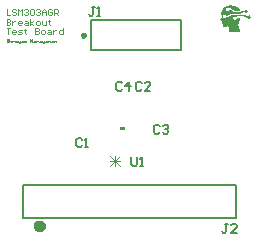
<source format=gto>
%FSTAX23Y23*%
%MOIN*%
%SFA1B1*%

%IPPOS*%
%ADD10C,0.009843*%
%ADD11C,0.020000*%
%ADD12C,0.007874*%
%ADD13C,0.006000*%
%ADD14C,0.003000*%
%ADD15C,0.005000*%
%ADD16C,0.002000*%
%LNpcb1-1*%
%LPD*%
G36*
X04198Y02063D02*
Y02073D01*
X04213*
Y02063*
X04198*
G37*
G36*
X04583Y02441D02*
X04583D01*
Y02441*
X04582*
Y02441*
X04579*
Y02441*
X04577*
Y02441*
X04577*
Y0244*
X04576*
Y0244*
X04576*
Y0244*
X04576*
Y02439*
X04575*
Y02438*
X04575*
Y02437*
X04574*
Y02434*
X04575*
Y02433*
X04575*
Y02433*
X04576*
Y02432*
X04576*
Y02432*
X04576*
Y02431*
X04577*
Y02431*
X04577*
Y02431*
X04578*
Y0243*
X04582*
Y02431*
X04583*
Y02431*
X04583*
Y02431*
X04584*
Y02432*
X04584*
Y02432*
X04584*
Y02433*
X04585*
Y02433*
X04585*
Y02434*
X04586*
Y02436*
X04586*
Y02437*
X04587*
Y02437*
X04588*
Y02437*
X04589*
Y02438*
X04589*
Y02438*
X0459*
Y02438*
X04599*
Y02438*
X04599*
Y02437*
X04598*
Y02436*
X04598*
Y02434*
X04597*
Y02433*
X04597*
Y02432*
X04597*
Y02431*
X04596*
Y0243*
X04596*
Y02428*
X04596*
Y02427*
X04595*
Y02426*
X04595*
Y02425*
X04594*
Y02424*
X04594*
Y02423*
X04594*
Y02421*
X04593*
Y0242*
X04593*
Y02419*
X04593*
Y02417*
X04592*
Y0241*
X04593*
Y02409*
X04593*
Y02407*
X04593*
Y02406*
X04594*
Y02405*
X04594*
Y02403*
X04594*
Y02402*
X04595*
Y02401*
X04595*
Y024*
X04596*
Y02399*
X04596*
Y02398*
X04596*
Y02397*
X04597*
Y02396*
X04597*
Y02395*
X04597*
Y02394*
X04598*
Y02393*
X04598*
Y02392*
X04599*
Y02391*
X04599*
Y02389*
X04599*
Y02389*
X04559*
Y02389*
X04559*
Y02391*
X04559*
Y02393*
X04559*
Y02394*
X0456*
Y02397*
X0456*
Y024*
X0456*
Y02403*
X0456*
Y02406*
X0456*
Y02406*
X04559*
Y02407*
X04559*
Y02407*
X04559*
Y02408*
X04558*
Y02408*
X04557*
Y02409*
X04555*
Y02408*
X04553*
Y02408*
X04551*
Y02407*
X04549*
Y02407*
X04544*
Y02407*
X04542*
Y02408*
X04541*
Y02408*
X0454*
Y02409*
X0454*
Y02409*
X0454*
Y02414*
X0454*
Y02415*
X0454*
Y02416*
X04539*
Y02417*
X04539*
Y02417*
X04539*
Y02417*
X04538*
Y02418*
X04538*
Y0242*
X04538*
Y02421*
X04538*
Y02421*
X04537*
Y02422*
X04537*
Y02422*
X04536*
Y02427*
X04536*
Y02428*
X04536*
Y02428*
X04533*
Y02428*
X04533*
Y02429*
X04532*
Y02429*
X04532*
Y02432*
X04532*
Y02433*
X04533*
Y02433*
X04533*
Y02434*
X04533*
Y02435*
X04534*
Y02436*
X04534*
Y02436*
X04535*
Y02437*
X04535*
Y02438*
X04535*
Y02438*
X04536*
Y02439*
X04536*
Y0244*
X04536*
Y0244*
X04537*
Y02441*
X04537*
Y02445*
X04537*
Y02446*
X04536*
Y02447*
X04536*
Y02447*
X04536*
Y02448*
X04535*
Y02456*
X04536*
Y02458*
X04536*
Y0246*
X04536*
Y02461*
X04537*
Y02462*
X04537*
Y02463*
X04537*
Y02463*
X04538*
Y02464*
X04538*
Y02465*
X04539*
Y02465*
X04539*
Y02466*
X04539*
Y02466*
X0454*
Y02467*
X0454*
Y02467*
X0454*
Y02468*
X04541*
Y02468*
X04542*
Y02469*
X04542*
Y0247*
X04542*
Y0247*
X04543*
Y0247*
X04543*
Y02471*
X04543*
Y02471*
X04544*
Y02471*
X04545*
Y02472*
X04545*
Y02472*
X04545*
Y02473*
X04546*
Y02473*
X04546*
Y02473*
X04547*
Y02474*
X04547*
Y02474*
X04548*
Y02474*
X04549*
Y02475*
X04549*
Y02475*
X0455*
Y02475*
X04551*
Y02476*
X04552*
Y02476*
X04553*
Y02477*
X04554*
Y02477*
X04555*
Y02477*
X04556*
Y02478*
X04558*
Y02478*
X04559*
Y02478*
X04562*
Y02479*
X04571*
Y02478*
X04574*
Y02478*
X04576*
Y02478*
X04578*
Y02477*
X04579*
Y02477*
X0458*
Y02477*
X04581*
Y02476*
X04582*
Y02476*
X04583*
Y02475*
X04584*
Y02475*
X04585*
Y02475*
X04586*
Y02474*
X04587*
Y02474*
X04587*
Y02474*
X04588*
Y02473*
X04589*
Y02473*
X04589*
Y02473*
X0459*
Y02472*
X0459*
Y02472*
X04591*
Y02471*
X04592*
Y02471*
X04592*
Y02471*
X04592*
Y0247*
X04593*
Y0247*
X04593*
Y0247*
X04593*
Y02469*
X04594*
Y02469*
X04594*
Y02468*
X04594*
Y02468*
X04595*
Y02468*
X04595*
Y02467*
X04596*
Y02467*
X04596*
Y02466*
X04596*
Y02465*
X04597*
Y02465*
X04597*
Y02464*
X04597*
Y02464*
X04598*
Y02463*
X04598*
Y02462*
X04599*
Y02461*
X04579*
Y02461*
X04579*
Y02461*
X04578*
Y02462*
X04577*
Y02462*
X04577*
Y02463*
X04576*
Y02463*
X04576*
Y02463*
X04575*
Y02464*
X04575*
Y02464*
X04574*
Y02464*
X04574*
Y02465*
X04573*
Y02465*
X04573*
Y02465*
X04572*
Y02466*
X04572*
Y02466*
X04571*
Y02467*
X0457*
Y02467*
X0457*
Y02467*
X0457*
Y02468*
X04569*
Y02468*
X04569*
Y02468*
X04568*
Y02469*
X0456*
Y02469*
X0456*
Y0247*
X0456*
Y0247*
X04559*
Y02471*
X04559*
Y02471*
X04559*
Y02471*
X04558*
Y02472*
X04557*
Y02472*
X04554*
Y02472*
X04553*
Y02471*
X04552*
Y02471*
X04552*
Y02471*
X04551*
Y0247*
X04551*
Y0247*
X0455*
Y02469*
X0455*
Y02468*
X0455*
Y02465*
X0455*
Y02464*
X0455*
Y02464*
X04551*
Y02463*
X04551*
Y02463*
X04552*
Y02462*
X04552*
Y02462*
X04553*
Y02461*
X04554*
Y02461*
X04557*
Y02461*
X04558*
Y02462*
X04559*
Y02462*
X04559*
Y02463*
X04559*
Y02463*
X0456*
Y02463*
X0456*
Y02464*
X04567*
Y02464*
X04567*
Y02463*
X04568*
Y02463*
X04569*
Y02463*
X04569*
Y02462*
X0457*
Y02462*
X0457*
Y02461*
X04571*
Y02461*
X04571*
Y02461*
X04572*
Y0246*
X04572*
Y0246*
X04573*
Y0246*
X04573*
Y02459*
X04574*
Y02459*
X04574*
Y02458*
X04575*
Y02458*
X04576*
Y02458*
X04576*
Y02457*
X04577*
Y02457*
X04577*
Y02457*
X04578*
Y02456*
X046*
Y02457*
X046*
Y02457*
X04601*
Y02457*
X04601*
Y02458*
X04601*
Y02458*
X04602*
Y02458*
X04602*
Y02459*
X04603*
Y02459*
X04603*
Y0246*
X04603*
Y0246*
X04604*
Y02461*
X04604*
Y02461*
X04612*
Y02461*
X04612*
Y02462*
X04613*
Y02463*
X04613*
Y02463*
X04613*
Y02463*
X04614*
Y02464*
X04614*
Y02464*
X04615*
Y02464*
X04619*
Y02464*
X0462*
Y02464*
X0462*
Y02463*
X04621*
Y02463*
X04621*
Y02463*
X04621*
Y02462*
X04622*
Y02461*
X04622*
Y0246*
X04623*
Y02458*
X04622*
Y02457*
X04622*
Y02456*
X04621*
Y02455*
X04621*
Y02455*
X04621*
Y02455*
X0462*
Y02454*
X0462*
Y02454*
X04619*
Y02454*
X04618*
Y02453*
X04616*
Y02454*
X04615*
Y02454*
X04614*
Y02454*
X04613*
Y02455*
X04613*
Y02455*
X04613*
Y02456*
X04612*
Y02456*
X04612*
Y02457*
X04606*
Y02456*
X04606*
Y02455*
X04605*
Y02455*
X04605*
Y02455*
X04604*
Y02454*
X04604*
Y02454*
X04604*
Y02454*
X04603*
Y02453*
X04603*
Y02453*
X04603*
Y02453*
X04602*
Y02452*
X04602*
Y02452*
X04569*
Y02451*
X04568*
Y02451*
X04567*
Y02451*
X04566*
Y0245*
X04566*
Y0245*
X04565*
Y0245*
X04564*
Y02449*
X04563*
Y02449*
X04563*
Y02448*
X04562*
Y02448*
X04561*
Y02448*
X0456*
Y02447*
X0456*
Y02447*
X04559*
Y02447*
X04558*
Y02446*
X04557*
Y02446*
X04556*
Y02446*
X04556*
Y02445*
X0455*
Y02446*
X0455*
Y02446*
X0455*
Y02446*
X04549*
Y02447*
X04549*
Y02447*
X04549*
Y02447*
X04548*
Y02448*
X04547*
Y02448*
X04543*
Y02448*
X04543*
Y02447*
X04542*
Y02447*
X04542*
Y02447*
X04541*
Y02446*
X04541*
Y02446*
X0454*
Y02445*
X0454*
Y02444*
X0454*
Y02441*
X0454*
Y0244*
X0454*
Y0244*
X04541*
Y02439*
X04541*
Y02438*
X04542*
Y02438*
X04542*
Y02438*
X04543*
Y02437*
X04544*
Y02437*
X04547*
Y02437*
X04548*
Y02438*
X04549*
Y02438*
X04549*
Y02438*
X04549*
Y02439*
X0455*
Y02439*
X0455*
Y0244*
X0455*
Y0244*
X04551*
Y02441*
X04557*
Y02441*
X04558*
Y02441*
X04559*
Y02442*
X04559*
Y02442*
X0456*
Y02443*
X04561*
Y02443*
X04562*
Y02443*
X04562*
Y02444*
X04563*
Y02444*
X04564*
Y02444*
X04564*
Y02445*
X04565*
Y02445*
X04566*
Y02446*
X04567*
Y02446*
X04567*
Y02446*
X04568*
Y02447*
X04569*
Y02447*
X0457*
Y02447*
X04614*
Y02447*
X04614*
Y02447*
X04614*
Y02446*
X04615*
Y02446*
X04615*
Y02446*
X04616*
Y02445*
X04616*
Y02445*
X04616*
Y02444*
X04617*
Y02444*
X04617*
Y02444*
X04617*
Y02443*
X04618*
Y02443*
X04618*
Y02443*
X04619*
Y02442*
X04622*
Y02443*
X04622*
Y02443*
X04623*
Y02444*
X04623*
Y02444*
X04623*
Y02444*
X04624*
Y02445*
X04624*
Y02445*
X04626*
Y02446*
X04629*
Y02445*
X0463*
Y02445*
X0463*
Y02444*
X04631*
Y02444*
X04631*
Y02444*
X04631*
Y02443*
X04632*
Y02443*
X04632*
Y02441*
X04633*
Y02438*
X04632*
Y02437*
X04632*
Y02437*
X04631*
Y02436*
X04631*
Y02436*
X04631*
Y02436*
X0463*
Y02435*
X0463*
Y02435*
X04629*
Y02434*
X04626*
Y02435*
X04624*
Y02435*
X04624*
Y02436*
X04623*
Y02436*
X04623*
Y02436*
X04623*
Y02437*
X04622*
Y02437*
X04622*
Y02438*
X04617*
Y02438*
X04617*
Y02438*
X04616*
Y02439*
X04616*
Y02439*
X04616*
Y0244*
X04615*
Y0244*
X04615*
Y0244*
X04614*
Y02441*
X04614*
Y02441*
X04613*
Y02441*
X04613*
Y02442*
X04613*
Y02442*
X04612*
Y02443*
X04612*
Y02443*
X04589*
Y02443*
X04588*
Y02442*
X04587*
Y02442*
X04586*
Y02441*
X04586*
Y02441*
X04585*
Y02441*
X04584*
Y0244*
X04583*
Y02441*
X04583*
G37*
G54D10*
X0408Y0238D02*
D01*
X0408Y0238*
X0408Y0238*
X0408Y02381*
X0408Y02381*
X0408Y02381*
X0408Y02382*
X0408Y02382*
X04079Y02382*
X04079Y02382*
X04079Y02383*
X04079Y02383*
X04079Y02383*
X04078Y02383*
X04078Y02384*
X04078Y02384*
X04077Y02384*
X04077Y02384*
X04077Y02384*
X04076Y02384*
X04076Y02384*
X04076Y02384*
X04075Y02384*
X04075*
X04075Y02384*
X04074Y02384*
X04074Y02384*
X04074Y02384*
X04073Y02384*
X04073Y02384*
X04073Y02384*
X04073Y02384*
X04072Y02383*
X04072Y02383*
X04072Y02383*
X04072Y02383*
X04071Y02382*
X04071Y02382*
X04071Y02382*
X04071Y02382*
X04071Y02381*
X04071Y02381*
X0407Y02381*
X0407Y0238*
X0407Y0238*
X0407Y0238*
X0407Y02379*
X0407Y02379*
X0407Y02378*
X04071Y02378*
X04071Y02378*
X04071Y02378*
X04071Y02377*
X04071Y02377*
X04071Y02377*
X04072Y02376*
X04072Y02376*
X04072Y02376*
X04072Y02376*
X04073Y02375*
X04073Y02375*
X04073Y02375*
X04073Y02375*
X04074Y02375*
X04074Y02375*
X04074Y02375*
X04075Y02375*
X04075Y02375*
X04075*
X04076Y02375*
X04076Y02375*
X04076Y02375*
X04077Y02375*
X04077Y02375*
X04077Y02375*
X04078Y02375*
X04078Y02375*
X04078Y02376*
X04079Y02376*
X04079Y02376*
X04079Y02376*
X04079Y02377*
X04079Y02377*
X0408Y02377*
X0408Y02378*
X0408Y02378*
X0408Y02378*
X0408Y02378*
X0408Y02379*
X0408Y02379*
X0408Y0238*
G54D11*
X0394Y01743D02*
D01*
X03939Y01743*
X03939Y01744*
X03939Y01745*
X03939Y01745*
X03939Y01746*
X03939Y01747*
X03938Y01747*
X03938Y01748*
X03938Y01748*
X03937Y01749*
X03937Y01749*
X03936Y0175*
X03936Y0175*
X03935Y01751*
X03935Y01751*
X03934Y01751*
X03933Y01752*
X03933Y01752*
X03932Y01752*
X03931Y01752*
X03931Y01752*
X0393Y01752*
X03929*
X03928Y01752*
X03928Y01752*
X03927Y01752*
X03926Y01752*
X03926Y01752*
X03925Y01751*
X03925Y01751*
X03924Y01751*
X03923Y0175*
X03923Y0175*
X03922Y01749*
X03922Y01749*
X03921Y01748*
X03921Y01748*
X03921Y01747*
X0392Y01747*
X0392Y01746*
X0392Y01745*
X0392Y01745*
X0392Y01744*
X0392Y01743*
X0392Y01743*
X0392Y01742*
X0392Y01741*
X0392Y0174*
X0392Y0174*
X0392Y01739*
X0392Y01738*
X03921Y01738*
X03921Y01737*
X03921Y01737*
X03922Y01736*
X03922Y01736*
X03923Y01735*
X03923Y01735*
X03924Y01734*
X03925Y01734*
X03925Y01734*
X03926Y01733*
X03926Y01733*
X03927Y01733*
X03928Y01733*
X03928Y01733*
X03929Y01733*
X0393*
X03931Y01733*
X03931Y01733*
X03932Y01733*
X03933Y01733*
X03933Y01733*
X03934Y01734*
X03935Y01734*
X03935Y01734*
X03936Y01735*
X03936Y01735*
X03937Y01736*
X03937Y01736*
X03938Y01737*
X03938Y01737*
X03938Y01738*
X03939Y01738*
X03939Y01739*
X03939Y0174*
X03939Y0174*
X03939Y01741*
X03939Y01742*
X0394Y01743*
G54D12*
X04101Y02431D02*
X04401D01*
Y02331D02*
Y02431D01*
X04101Y02331D02*
X04401D01*
X04101D02*
Y02431D01*
G54D13*
X03875Y01771D02*
Y01879D01*
X04585*
Y01771D02*
Y01879D01*
X03875Y01771D02*
X04585D01*
G54D14*
X03819Y02466D02*
Y02446D01*
X03832*
X03852Y02463D02*
X03848Y02466D01*
X03842*
X03838Y02463*
Y02459*
X03842Y02456*
X03848*
X03852Y02453*
Y02449*
X03848Y02446*
X03842*
X03838Y02449*
X03858Y02446D02*
Y02466D01*
X03865Y02459*
X03872Y02466*
Y02446*
X03878Y02463D02*
X03882Y02466D01*
X03888*
X03892Y02463*
Y02459*
X03888Y02456*
X03885*
X03888*
X03892Y02453*
Y02449*
X03888Y02446*
X03882*
X03878Y02449*
X03898Y02463D02*
X03902Y02466D01*
X03908*
X03912Y02463*
Y02449*
X03908Y02446*
X03902*
X03898Y02449*
Y02463*
X03918D02*
X03922Y02466D01*
X03928*
X03932Y02463*
Y02459*
X03928Y02456*
X03925*
X03928*
X03932Y02453*
Y02449*
X03928Y02446*
X03922*
X03918Y02449*
X03938Y02446D02*
Y02459D01*
X03945Y02466*
X03952Y02459*
Y02446*
Y02456*
X03938*
X03972Y02463D02*
X03968Y02466D01*
X03962*
X03958Y02463*
Y02449*
X03962Y02446*
X03968*
X03972Y02449*
Y02456*
X03965*
X03978Y02446D02*
Y02466D01*
X03988*
X03992Y02463*
Y02456*
X03988Y02453*
X03978*
X03985D02*
X03992Y02446D01*
X03819Y02435D02*
Y02415D01*
X03828*
X03832Y02418*
Y02421*
X03828Y02425*
X03819*
X03828*
X03832Y02428*
Y02431*
X03828Y02435*
X03819*
X03838Y02428D02*
Y02415D01*
Y02421*
X03842Y02425*
X03845Y02428*
X03848*
X03868Y02415D02*
X03862D01*
X03858Y02418*
Y02425*
X03862Y02428*
X03868*
X03872Y02425*
Y02421*
X03858*
X03882Y02428D02*
X03888D01*
X03892Y02425*
Y02415*
X03882*
X03878Y02418*
X03882Y02421*
X03892*
X03898Y02415D02*
Y02435D01*
Y02421D02*
X03908Y02428D01*
X03898Y02421D02*
X03908Y02415D01*
X03922D02*
X03928D01*
X03932Y02418*
Y02425*
X03928Y02428*
X03922*
X03918Y02425*
Y02418*
X03922Y02415*
X03938Y02428D02*
Y02418D01*
X03942Y02415*
X03952*
Y02428*
X03962Y02431D02*
Y02428D01*
X03958*
X03965*
X03962*
Y02418*
X03965Y02415*
X03819Y02403D02*
X03832D01*
X03825*
Y02384*
X03848D02*
X03842D01*
X03838Y02387*
Y02393*
X03842Y02397*
X03848*
X03852Y02393*
Y0239*
X03838*
X03858Y02384D02*
X03868D01*
X03872Y02387*
X03868Y0239*
X03862*
X03858Y02393*
X03862Y02397*
X03872*
X03882Y024D02*
Y02397D01*
X03878*
X03885*
X03882*
Y02387*
X03885Y02384*
X03915Y02403D02*
Y02384D01*
X03925*
X03928Y02387*
Y0239*
X03925Y02393*
X03915*
X03925*
X03928Y02397*
Y024*
X03925Y02403*
X03915*
X03938Y02384D02*
X03945D01*
X03948Y02387*
Y02393*
X03945Y02397*
X03938*
X03935Y02393*
Y02387*
X03938Y02384*
X03958Y02397D02*
X03965D01*
X03968Y02393*
Y02384*
X03958*
X03955Y02387*
X03958Y0239*
X03968*
X03975Y02397D02*
Y02384D01*
Y0239*
X03978Y02393*
X03982Y02397*
X03985*
X04008Y02403D02*
Y02384D01*
X03998*
X03995Y02387*
Y02393*
X03998Y02397*
X04008*
X04164Y01944D02*
X04197Y01977D01*
Y01944D02*
X04164Y01977D01*
X04181Y01944D02*
Y01977D01*
X04197Y0196D02*
X04164D01*
G54D15*
X04113Y02475D02*
X04103D01*
X04108*
Y0245*
X04103Y02445*
X04098*
X04093Y0245*
X04122Y02445D02*
X04132D01*
X04127*
Y02475*
X04122Y0247*
X04557Y01752D02*
X04547D01*
X04552*
Y01727*
X04547Y01722*
X04542*
X04537Y01727*
X04586Y01722D02*
X04567D01*
X04586Y01742*
Y01747*
X04581Y01752*
X04571*
X04567Y01747*
X04235Y01973D02*
Y01949D01*
X0424Y01944*
X0425*
X04255Y01949*
Y01973*
X04264Y01944D02*
X04274D01*
X04269*
Y01973*
X04264Y01968*
X04071Y02032D02*
X04066Y02037D01*
X04056*
X04051Y02032*
Y02013*
X04056Y02008*
X04066*
X04071Y02013*
X0408Y02008D02*
X0409D01*
X04085*
Y02037*
X0408Y02032*
X04329Y02076D02*
X04324Y02081D01*
X04314*
X04309Y02076*
Y02056*
X04314Y02051*
X04324*
X04329Y02056*
X04339Y02076D02*
X04343Y02081D01*
X04353*
X04358Y02076*
Y02071*
X04353Y02066*
X04348*
X04353*
X04358Y02061*
Y02056*
X04353Y02051*
X04343*
X04339Y02056*
X04204Y02219D02*
X04199Y02224D01*
X04189*
X04184Y02219*
Y022*
X04189Y02195*
X04199*
X04204Y022*
X04228Y02195D02*
Y02224D01*
X04214Y0221*
X04233*
X04269Y02219D02*
X04264Y02224D01*
X04254*
X04249Y02219*
Y022*
X04254Y02195*
X04264*
X04269Y022*
X04298Y02195D02*
X04279D01*
X04298Y02215*
Y02219*
X04293Y02224*
X04283*
X04279Y02219*
G54D16*
X03825Y02364D02*
X03824Y02366D01*
X0382*
X03819Y02364*
Y02362*
X0382Y02361*
X03824*
X03825Y02359*
Y02358*
X03824Y02356*
X0382*
X03819Y02358*
X03828Y02366D02*
Y02356D01*
Y02361*
X0383Y02362*
X03833*
X03835Y02361*
Y02356*
X03838Y02362D02*
Y02356D01*
Y02359*
X0384Y02361*
X03842Y02362*
X03843*
X03853Y02356D02*
X0385D01*
X03848Y02358*
Y02361*
X0385Y02362*
X03853*
X03855Y02361*
Y02359*
X03848*
X03858Y02362D02*
Y02358D01*
X0386Y02356*
X03865*
Y02354*
X03863Y02353*
X03862*
X03865Y02356D02*
Y02362D01*
X0387D02*
X03873D01*
X03875Y02361*
Y02356*
X0387*
X03868Y02358*
X0387Y02359*
X03875*
X03878Y02356D02*
X03883D01*
X03885Y02358*
X03883Y02359*
X0388*
X03878Y02361*
X0388Y02362*
X03885*
X03898Y02356D02*
Y02366D01*
X03905Y02356*
Y02366*
X0391Y02362D02*
X03913D01*
X03915Y02361*
Y02356*
X0391*
X03908Y02358*
X0391Y02359*
X03915*
X03918Y02362D02*
Y02356D01*
Y02359*
X0392Y02361*
X03922Y02362*
X03923*
X0393D02*
X03933D01*
X03935Y02361*
Y02356*
X0393*
X03928Y02358*
X0393Y02359*
X03935*
X03938Y02362D02*
Y02358D01*
X0394Y02356*
X03945*
Y02354*
X03943Y02353*
X03942*
X03945Y02356D02*
Y02362D01*
X0395D02*
X03953D01*
X03955Y02361*
Y02356*
X0395*
X03948Y02358*
X0395Y02359*
X03955*
X03958Y02356D02*
Y02362D01*
X03963*
X03965Y02361*
Y02356*
X0397Y02362D02*
X03973D01*
X03975Y02361*
Y02356*
X0397*
X03968Y02358*
X0397Y02359*
X03975*
X03978Y02356D02*
Y02362D01*
X03983*
X03985Y02361*
Y02356*
M02*
</source>
